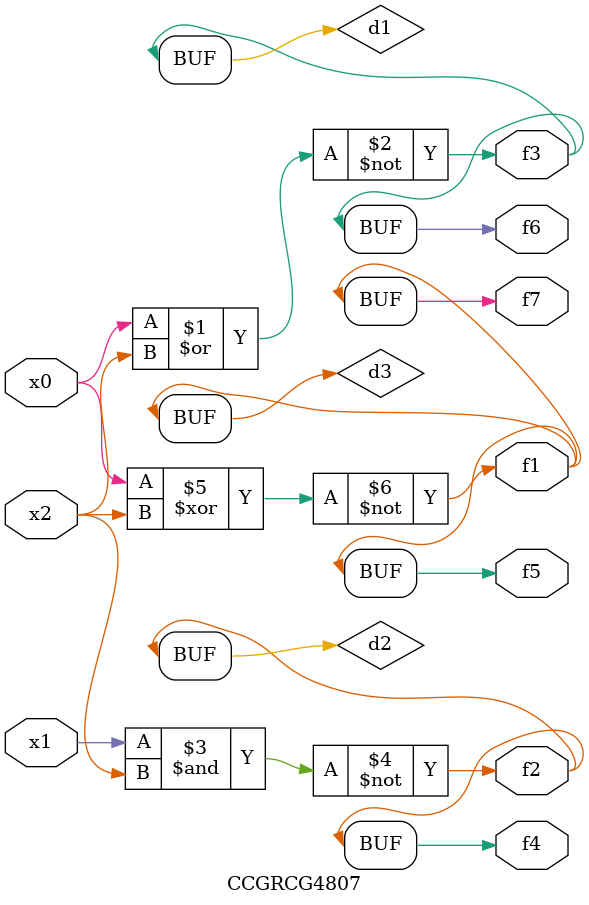
<source format=v>
module CCGRCG4807(
	input x0, x1, x2,
	output f1, f2, f3, f4, f5, f6, f7
);

	wire d1, d2, d3;

	nor (d1, x0, x2);
	nand (d2, x1, x2);
	xnor (d3, x0, x2);
	assign f1 = d3;
	assign f2 = d2;
	assign f3 = d1;
	assign f4 = d2;
	assign f5 = d3;
	assign f6 = d1;
	assign f7 = d3;
endmodule

</source>
